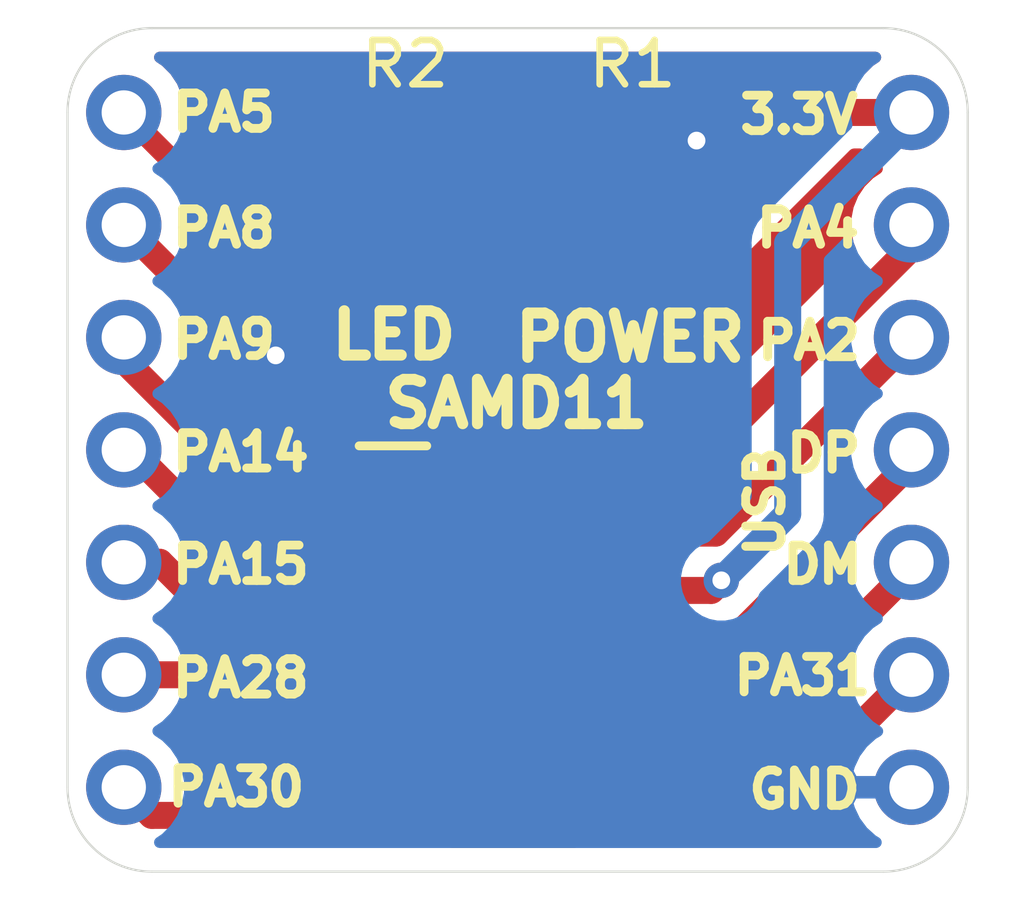
<source format=kicad_pcb>
(kicad_pcb (version 20171130) (host pcbnew 5.1.5-52549c5~86~ubuntu18.04.1)

  (general
    (thickness 1.6)
    (drawings 24)
    (tracks 52)
    (zones 0)
    (modules 7)
    (nets 17)
  )

  (page A4)
  (layers
    (0 F.Cu signal)
    (31 B.Cu signal)
    (32 B.Adhes user)
    (33 F.Adhes user)
    (34 B.Paste user)
    (35 F.Paste user)
    (36 B.SilkS user)
    (37 F.SilkS user)
    (38 B.Mask user)
    (39 F.Mask user)
    (40 Dwgs.User user)
    (41 Cmts.User user)
    (42 Eco1.User user)
    (43 Eco2.User user)
    (44 Edge.Cuts user)
    (45 Margin user)
    (46 B.CrtYd user)
    (47 F.CrtYd user)
    (48 B.Fab user)
    (49 F.Fab user)
  )

  (setup
    (last_trace_width 0.25)
    (user_trace_width 0.1524)
    (user_trace_width 0.2032)
    (user_trace_width 0.4)
    (user_trace_width 0.5)
    (user_trace_width 0.6096)
    (user_trace_width 0.8)
    (user_trace_width 1)
    (user_trace_width 2)
    (trace_clearance 0.2)
    (zone_clearance 0.508)
    (zone_45_only no)
    (trace_min 0.2)
    (via_size 0.8)
    (via_drill 0.4)
    (via_min_size 0.4)
    (via_min_drill 0.3)
    (uvia_size 0.3)
    (uvia_drill 0.1)
    (uvias_allowed no)
    (uvia_min_size 0.2)
    (uvia_min_drill 0.1)
    (edge_width 0.05)
    (segment_width 0.2)
    (pcb_text_width 0.3)
    (pcb_text_size 1.5 1.5)
    (mod_edge_width 0.12)
    (mod_text_size 1 1)
    (mod_text_width 0.15)
    (pad_size 1.524 1.524)
    (pad_drill 0.762)
    (pad_to_mask_clearance 0.051)
    (solder_mask_min_width 0.25)
    (pad_to_paste_clearance -0.0762)
    (aux_axis_origin 0 0)
    (visible_elements FFFFFF7F)
    (pcbplotparams
      (layerselection 0x010fc_ffffffff)
      (usegerberextensions false)
      (usegerberattributes false)
      (usegerberadvancedattributes false)
      (creategerberjobfile false)
      (excludeedgelayer true)
      (linewidth 0.100000)
      (plotframeref false)
      (viasonmask false)
      (mode 1)
      (useauxorigin false)
      (hpglpennumber 1)
      (hpglpenspeed 20)
      (hpglpendiameter 15.000000)
      (psnegative false)
      (psa4output false)
      (plotreference true)
      (plotvalue true)
      (plotinvisibletext false)
      (padsonsilk false)
      (subtractmaskfromsilk false)
      (outputformat 1)
      (mirror false)
      (drillshape 1)
      (scaleselection 1)
      (outputdirectory ""))
  )

  (net 0 "")
  (net 1 GND)
  (net 2 /PA08)
  (net 3 /PA09)
  (net 4 /PA14)
  (net 5 /PA15)
  (net 6 /PA28)
  (net 7 /PA30)
  (net 8 /PA31)
  (net 9 /PA24)
  (net 10 /PA25)
  (net 11 /PA02)
  (net 12 /PA04)
  (net 13 "Net-(D1-Pad1)")
  (net 14 "Net-(D2-Pad1)")
  (net 15 +3V3)
  (net 16 /PA05)

  (net_class Default "This is the default net class."
    (clearance 0.2)
    (trace_width 0.25)
    (via_dia 0.8)
    (via_drill 0.4)
    (uvia_dia 0.3)
    (uvia_drill 0.1)
    (add_net +3V3)
    (add_net /PA02)
    (add_net /PA04)
    (add_net /PA05)
    (add_net /PA08)
    (add_net /PA09)
    (add_net /PA14)
    (add_net /PA15)
    (add_net /PA24)
    (add_net /PA25)
    (add_net /PA28)
    (add_net /PA30)
    (add_net /PA31)
    (add_net GND)
    (add_net "Net-(D1-Pad1)")
    (add_net "Net-(D2-Pad1)")
  )

  (module SamD11_Breakout:PinHeader_1x07_P2.54mm_Vertical (layer F.Cu) (tedit 5DFF2E53) (tstamp 5DFF346C)
    (at 148.59 97.79)
    (descr "Through hole straight pin header, 1x07, 2.54mm pitch, single row")
    (tags "Through hole pin header THT 1x07 2.54mm single row")
    (path /5E0E6EF4)
    (fp_text reference J1 (at 0 -2.33) (layer F.Fab) hide
      (effects (font (size 1 1) (thickness 0.15)))
    )
    (fp_text value Conn_01x07 (at 0 17.57) (layer F.Fab) hide
      (effects (font (size 1 1) (thickness 0.15)))
    )
    (fp_text user %R (at 0 7.62 90) (layer F.Fab)
      (effects (font (size 1 1) (thickness 0.15)))
    )
    (fp_line (start -1.27 -0.635) (end -0.635 -1.27) (layer F.Fab) (width 0.1))
    (fp_line (start -1.27 16.51) (end -1.27 -0.635) (layer F.Fab) (width 0.1))
    (fp_line (start 1.27 16.51) (end -1.27 16.51) (layer F.Fab) (width 0.1))
    (fp_line (start 1.27 -1.27) (end 1.27 16.51) (layer F.Fab) (width 0.1))
    (fp_line (start -0.635 -1.27) (end 1.27 -1.27) (layer F.Fab) (width 0.1))
    (pad 7 thru_hole oval (at 0 15.24) (size 1.7 1.7) (drill 1) (layers *.Cu *.Mask)
      (net 7 /PA30))
    (pad 6 thru_hole oval (at 0 12.7) (size 1.7 1.7) (drill 1) (layers *.Cu *.Mask)
      (net 6 /PA28))
    (pad 5 thru_hole oval (at 0 10.16) (size 1.7 1.7) (drill 1) (layers *.Cu *.Mask)
      (net 5 /PA15))
    (pad 4 thru_hole oval (at 0 7.62) (size 1.7 1.7) (drill 1) (layers *.Cu *.Mask)
      (net 4 /PA14))
    (pad 3 thru_hole oval (at 0 5.08) (size 1.7 1.7) (drill 1) (layers *.Cu *.Mask)
      (net 3 /PA09))
    (pad 2 thru_hole oval (at 0 2.54) (size 1.7 1.7) (drill 1) (layers *.Cu *.Mask)
      (net 2 /PA08))
    (pad 1 thru_hole circle (at 0 0) (size 1.7 1.7) (drill 1) (layers *.Cu *.Mask)
      (net 16 /PA05))
    (model ${KISYS3DMOD}/Connector_PinHeader_2.54mm.3dshapes/PinHeader_1x07_P2.54mm_Vertical.wrl
      (offset (xyz 0 0 -1.7))
      (scale (xyz 1 1 1))
      (rotate (xyz 0 180 0))
    )
  )

  (module SamD11_Breakout:PinHeader_1x07_P2.54mm_Vertical (layer F.Cu) (tedit 5DFF2E53) (tstamp 5DFF34C0)
    (at 166.37 97.79)
    (descr "Through hole straight pin header, 1x07, 2.54mm pitch, single row")
    (tags "Through hole pin header THT 1x07 2.54mm single row")
    (path /5E0D8F16)
    (fp_text reference J2 (at 0 -2.33) (layer F.Fab) hide
      (effects (font (size 1 1) (thickness 0.15)))
    )
    (fp_text value Conn_01x07 (at 0 17.57) (layer F.Fab) hide
      (effects (font (size 1 1) (thickness 0.15)))
    )
    (fp_text user %R (at 0 7.62 90) (layer F.Fab)
      (effects (font (size 1 1) (thickness 0.15)))
    )
    (fp_line (start -1.27 -0.635) (end -0.635 -1.27) (layer F.Fab) (width 0.1))
    (fp_line (start -1.27 16.51) (end -1.27 -0.635) (layer F.Fab) (width 0.1))
    (fp_line (start 1.27 16.51) (end -1.27 16.51) (layer F.Fab) (width 0.1))
    (fp_line (start 1.27 -1.27) (end 1.27 16.51) (layer F.Fab) (width 0.1))
    (fp_line (start -0.635 -1.27) (end 1.27 -1.27) (layer F.Fab) (width 0.1))
    (pad 7 thru_hole oval (at 0 15.24) (size 1.7 1.7) (drill 1) (layers *.Cu *.Mask)
      (net 1 GND))
    (pad 6 thru_hole oval (at 0 12.7) (size 1.7 1.7) (drill 1) (layers *.Cu *.Mask)
      (net 8 /PA31))
    (pad 5 thru_hole oval (at 0 10.16) (size 1.7 1.7) (drill 1) (layers *.Cu *.Mask)
      (net 9 /PA24))
    (pad 4 thru_hole oval (at 0 7.62) (size 1.7 1.7) (drill 1) (layers *.Cu *.Mask)
      (net 10 /PA25))
    (pad 3 thru_hole oval (at 0 5.08) (size 1.7 1.7) (drill 1) (layers *.Cu *.Mask)
      (net 11 /PA02))
    (pad 2 thru_hole oval (at 0 2.54) (size 1.7 1.7) (drill 1) (layers *.Cu *.Mask)
      (net 12 /PA04))
    (pad 1 thru_hole circle (at 0 0) (size 1.7 1.7) (drill 1) (layers *.Cu *.Mask)
      (net 15 +3V3))
    (model ${KISYS3DMOD}/Connector_PinHeader_2.54mm.3dshapes/PinHeader_1x07_P2.54mm_Vertical.wrl
      (offset (xyz 0 0 -1.7))
      (scale (xyz 1 1 1))
      (rotate (xyz 0 180 0))
    )
  )

  (module SamD11_Breakout:R_1206_3216Metric_Pad1.42x1.75mm_HandSolder (layer F.Cu) (tedit 5DFEFEFF) (tstamp 5DFF34ED)
    (at 160.02 98.425)
    (descr "Resistor SMD 1206 (3216 Metric), square (rectangular) end terminal, IPC_7351 nominal with elongated pad for handsoldering. (Body size source: http://www.tortai-tech.com/upload/download/2011102023233369053.pdf), generated with kicad-footprint-generator")
    (tags "resistor handsolder")
    (path /5E0E631B)
    (attr smd)
    (fp_text reference R1 (at 0.0508 -1.7272) (layer F.SilkS)
      (effects (font (size 1 1) (thickness 0.15)))
    )
    (fp_text value 1K (at 0 0.1016) (layer F.Fab)
      (effects (font (size 1 1) (thickness 0.15)))
    )
    (fp_line (start -1.6 0.8) (end -1.6 -0.8) (layer F.Fab) (width 0.1))
    (fp_line (start -1.6 -0.8) (end 1.6 -0.8) (layer F.Fab) (width 0.1))
    (fp_line (start 1.6 -0.8) (end 1.6 0.8) (layer F.Fab) (width 0.1))
    (fp_line (start 1.6 0.8) (end -1.6 0.8) (layer F.Fab) (width 0.1))
    (fp_text user %R (at 0 0) (layer F.Fab)
      (effects (font (size 0.8 0.8) (thickness 0.12)))
    )
    (pad 1 smd roundrect (at -1.4875 0) (size 1.425 1.75) (layers F.Cu F.Paste F.Mask) (roundrect_rratio 0.175439)
      (net 13 "Net-(D1-Pad1)"))
    (pad 2 smd roundrect (at 1.4875 0) (size 1.425 1.75) (layers F.Cu F.Paste F.Mask) (roundrect_rratio 0.175439)
      (net 1 GND))
    (model ${KISYS3DMOD}/Resistor_SMD.3dshapes/R_1206_3216Metric.wrl
      (at (xyz 0 0 0))
      (scale (xyz 1 1 1))
      (rotate (xyz 0 0 0))
    )
  )

  (module SamD11_Breakout:R_1206_3216Metric_Pad1.42x1.75mm_HandSolder (layer F.Cu) (tedit 5DFEFEFF) (tstamp 5DFF3499)
    (at 154.94 98.425 180)
    (descr "Resistor SMD 1206 (3216 Metric), square (rectangular) end terminal, IPC_7351 nominal with elongated pad for handsoldering. (Body size source: http://www.tortai-tech.com/upload/download/2011102023233369053.pdf), generated with kicad-footprint-generator")
    (tags "resistor handsolder")
    (path /5E0F37E5)
    (attr smd)
    (fp_text reference R2 (at 0 1.7272) (layer F.SilkS)
      (effects (font (size 1 1) (thickness 0.15)))
    )
    (fp_text value 1K (at 0.0254 -0.1016) (layer F.Fab)
      (effects (font (size 1 1) (thickness 0.15)))
    )
    (fp_line (start -1.6 0.8) (end -1.6 -0.8) (layer F.Fab) (width 0.1))
    (fp_line (start -1.6 -0.8) (end 1.6 -0.8) (layer F.Fab) (width 0.1))
    (fp_line (start 1.6 -0.8) (end 1.6 0.8) (layer F.Fab) (width 0.1))
    (fp_line (start 1.6 0.8) (end -1.6 0.8) (layer F.Fab) (width 0.1))
    (fp_text user %R (at 0 0) (layer F.Fab)
      (effects (font (size 0.8 0.8) (thickness 0.12)))
    )
    (pad 1 smd roundrect (at -1.4875 0 180) (size 1.425 1.75) (layers F.Cu F.Paste F.Mask) (roundrect_rratio 0.175439)
      (net 14 "Net-(D2-Pad1)"))
    (pad 2 smd roundrect (at 1.4875 0 180) (size 1.425 1.75) (layers F.Cu F.Paste F.Mask) (roundrect_rratio 0.175439)
      (net 1 GND))
    (model ${KISYS3DMOD}/Resistor_SMD.3dshapes/R_1206_3216Metric.wrl
      (at (xyz 0 0 0))
      (scale (xyz 1 1 1))
      (rotate (xyz 0 0 0))
    )
  )

  (module SamD11_Breakout:LED_1206_3216Metric_Pad1.42x1.75mm_HandSolder (layer F.Cu) (tedit 5DFEFECF) (tstamp 5DFF33B6)
    (at 160.02 100.965)
    (descr "LED SMD 1206 (3216 Metric), square (rectangular) end terminal, IPC_7351 nominal, (Body size source: http://www.tortai-tech.com/upload/download/2011102023233369053.pdf), generated with kicad-footprint-generator")
    (tags "LED handsolder")
    (path /5E0CFB41)
    (attr smd)
    (fp_text reference D1 (at 0 0.1016) (layer F.Fab)
      (effects (font (size 1 1) (thickness 0.15)))
    )
    (fp_text value POWER (at 0 1.905) (layer F.SilkS)
      (effects (font (size 1 1) (thickness 0.25)))
    )
    (fp_line (start 1.6 -0.8) (end -1.2 -0.8) (layer F.Fab) (width 0.1))
    (fp_line (start -1.2 -0.8) (end -1.6 -0.4) (layer F.Fab) (width 0.1))
    (fp_line (start -1.6 -0.4) (end -1.6 0.8) (layer F.Fab) (width 0.1))
    (fp_line (start -1.6 0.8) (end 1.6 0.8) (layer F.Fab) (width 0.1))
    (fp_line (start 1.6 0.8) (end 1.6 -0.8) (layer F.Fab) (width 0.1))
    (fp_text user %R (at 0 0) (layer F.Fab)
      (effects (font (size 0.8 0.8) (thickness 0.12)))
    )
    (pad 1 smd roundrect (at -1.4875 0) (size 1.425 1.75) (layers F.Cu F.Paste F.Mask) (roundrect_rratio 0.175439)
      (net 13 "Net-(D1-Pad1)"))
    (pad 2 smd roundrect (at 1.4875 0) (size 1.425 1.75) (layers F.Cu F.Paste F.Mask) (roundrect_rratio 0.175439)
      (net 15 +3V3))
    (model ${KISYS3DMOD}/LED_SMD.3dshapes/LED_1206_3216Metric.wrl
      (at (xyz 0 0 0))
      (scale (xyz 1 1 1))
      (rotate (xyz 0 0 0))
    )
  )

  (module SamD11_Breakout:LED_1206_3216Metric_Pad1.42x1.75mm_HandSolder (layer F.Cu) (tedit 5DFEFECF) (tstamp 5DFF3440)
    (at 154.94 100.965 180)
    (descr "LED SMD 1206 (3216 Metric), square (rectangular) end terminal, IPC_7351 nominal, (Body size source: http://www.tortai-tech.com/upload/download/2011102023233369053.pdf), generated with kicad-footprint-generator")
    (tags "LED handsolder")
    (path /5E0F37D7)
    (attr smd)
    (fp_text reference D2 (at 0 -1.82) (layer F.Fab)
      (effects (font (size 1 1) (thickness 0.15)))
    )
    (fp_text value LED (at 0.254 -1.8542) (layer F.SilkS)
      (effects (font (size 1 1) (thickness 0.25)))
    )
    (fp_line (start 1.6 -0.8) (end -1.2 -0.8) (layer F.Fab) (width 0.1))
    (fp_line (start -1.2 -0.8) (end -1.6 -0.4) (layer F.Fab) (width 0.1))
    (fp_line (start -1.6 -0.4) (end -1.6 0.8) (layer F.Fab) (width 0.1))
    (fp_line (start -1.6 0.8) (end 1.6 0.8) (layer F.Fab) (width 0.1))
    (fp_line (start 1.6 0.8) (end 1.6 -0.8) (layer F.Fab) (width 0.1))
    (fp_text user %R (at 0 0) (layer F.Fab)
      (effects (font (size 0.8 0.8) (thickness 0.12)))
    )
    (pad 1 smd roundrect (at -1.4875 0 180) (size 1.425 1.75) (layers F.Cu F.Paste F.Mask) (roundrect_rratio 0.175439)
      (net 14 "Net-(D2-Pad1)"))
    (pad 2 smd roundrect (at 1.4875 0 180) (size 1.425 1.75) (layers F.Cu F.Paste F.Mask) (roundrect_rratio 0.175439)
      (net 16 /PA05))
    (model ${KISYS3DMOD}/LED_SMD.3dshapes/LED_1206_3216Metric.wrl
      (at (xyz 0 0 0))
      (scale (xyz 1 1 1))
      (rotate (xyz 0 0 0))
    )
  )

  (module SamD11_Breakout:SOIC127P600X175-14N (layer F.Cu) (tedit 5DFF142D) (tstamp 5DFF33EE)
    (at 157.3784 109.8296)
    (descr "14-pin SOIC150")
    (tags "Integrated Circuit")
    (path /5DFE6907)
    (attr smd)
    (fp_text reference IC2 (at 0 0) (layer F.Fab)
      (effects (font (size 1.27 1.27) (thickness 0.254)))
    )
    (fp_text value ATSAMD11C14A-SSUT (at 0 0) (layer B.Fab) hide
      (effects (font (size 1.27 1.27) (thickness 0.254)))
    )
    (fp_line (start -3.475 -4.51) (end -1.95 -4.51) (layer F.SilkS) (width 0.2))
    (fp_line (start -1.95 -3.055) (end -0.68 -4.325) (layer F.Fab) (width 0.1))
    (fp_line (start -1.95 4.325) (end -1.95 -4.325) (layer F.Fab) (width 0.1))
    (fp_line (start 1.95 4.325) (end -1.95 4.325) (layer F.Fab) (width 0.1))
    (fp_line (start 1.95 -4.325) (end 1.95 4.325) (layer F.Fab) (width 0.1))
    (fp_line (start -1.95 -4.325) (end 1.95 -4.325) (layer F.Fab) (width 0.1))
    (fp_line (start -3.725 4.625) (end -3.725 -4.625) (layer F.CrtYd) (width 0.05))
    (fp_line (start 3.725 4.625) (end -3.725 4.625) (layer F.CrtYd) (width 0.05))
    (fp_line (start 3.725 -4.625) (end 3.725 4.625) (layer F.CrtYd) (width 0.05))
    (fp_line (start -3.725 -4.625) (end 3.725 -4.625) (layer F.CrtYd) (width 0.05))
    (fp_text user %R (at 0 0) (layer F.Fab) hide
      (effects (font (size 1.27 1.27) (thickness 0.254)))
    )
    (pad 14 smd rect (at 2.712 -3.81 90) (size 0.7 1.525) (layers F.Cu F.Paste F.Mask)
      (net 12 /PA04))
    (pad 13 smd rect (at 2.712 -2.54 90) (size 0.7 1.525) (layers F.Cu F.Paste F.Mask)
      (net 11 /PA02))
    (pad 12 smd rect (at 2.712 -1.27 90) (size 0.7 1.525) (layers F.Cu F.Paste F.Mask)
      (net 15 +3V3))
    (pad 11 smd rect (at 2.712 0 90) (size 0.7 1.525) (layers F.Cu F.Paste F.Mask)
      (net 1 GND))
    (pad 10 smd rect (at 2.712 1.27 90) (size 0.7 1.525) (layers F.Cu F.Paste F.Mask)
      (net 10 /PA25))
    (pad 9 smd rect (at 2.712 2.54 90) (size 0.7 1.525) (layers F.Cu F.Paste F.Mask)
      (net 9 /PA24))
    (pad 8 smd rect (at 2.712 3.81 90) (size 0.7 1.525) (layers F.Cu F.Paste F.Mask)
      (net 8 /PA31))
    (pad 7 smd rect (at -2.712 3.81 90) (size 0.7 1.525) (layers F.Cu F.Paste F.Mask)
      (net 7 /PA30))
    (pad 6 smd rect (at -2.712 2.54 90) (size 0.7 1.525) (layers F.Cu F.Paste F.Mask)
      (net 6 /PA28))
    (pad 5 smd rect (at -2.712 1.27 90) (size 0.7 1.525) (layers F.Cu F.Paste F.Mask)
      (net 5 /PA15))
    (pad 4 smd rect (at -2.712 0 90) (size 0.7 1.525) (layers F.Cu F.Paste F.Mask)
      (net 4 /PA14))
    (pad 3 smd rect (at -2.712 -1.27 90) (size 0.7 1.525) (layers F.Cu F.Paste F.Mask)
      (net 3 /PA09))
    (pad 2 smd rect (at -2.712 -2.54 90) (size 0.7 1.525) (layers F.Cu F.Paste F.Mask)
      (net 2 /PA08))
    (pad 1 smd rect (at -2.712 -3.81 90) (size 0.7 1.525) (layers F.Cu F.Paste F.Mask)
      (net 16 /PA05))
    (model ${KISYS3DMOD}/SamacSys_Parts.3dshapes/ATSAMD11C14A-SSUT.stp
      (at (xyz 0 0 0))
      (scale (xyz 1 1 1))
      (rotate (xyz 0 0 0))
    )
  )

  (gr_text USB (at 163.068 106.5784 90) (layer F.SilkS) (tstamp 5DFFCE29)
    (effects (font (size 0.8 0.8) (thickness 0.2)))
  )
  (gr_text GND (at 163.957 113.0808) (layer F.SilkS) (tstamp 5DFFA42A)
    (effects (font (size 0.8 0.8) (thickness 0.2)))
  )
  (gr_text PA31 (at 163.9062 110.5154) (layer F.SilkS) (tstamp 5DFFA428)
    (effects (font (size 0.8 0.8) (thickness 0.2)))
  )
  (gr_text DM (at 164.3634 108.0008) (layer F.SilkS) (tstamp 5DFFA426)
    (effects (font (size 0.8 0.8) (thickness 0.2)))
  )
  (gr_text DP (at 164.3888 105.4862) (layer F.SilkS) (tstamp 5DFFA424)
    (effects (font (size 0.8 0.8) (thickness 0.2)))
  )
  (gr_text PA2 (at 164.0586 102.9462) (layer F.SilkS) (tstamp 5DFFA422)
    (effects (font (size 0.8 0.8) (thickness 0.2)))
  )
  (gr_text PA4 (at 164.0332 100.4062) (layer F.SilkS) (tstamp 5DFFA420)
    (effects (font (size 0.8 0.8) (thickness 0.2)))
  )
  (gr_text PA5 (at 150.8506 97.79) (layer F.SilkS) (tstamp 5DFFA412)
    (effects (font (size 0.8 0.8) (thickness 0.2)))
  )
  (gr_text PA8 (at 150.8506 100.4062) (layer F.SilkS) (tstamp 5DFFA410)
    (effects (font (size 0.8 0.8) (thickness 0.2)))
  )
  (gr_text PA9 (at 150.8506 102.9208) (layer F.SilkS) (tstamp 5DFFA40B)
    (effects (font (size 0.8 0.8) (thickness 0.2)))
  )
  (gr_text PA14 (at 151.2316 105.4608) (layer F.SilkS) (tstamp 5DFFA409)
    (effects (font (size 0.8 0.8) (thickness 0.2)))
  )
  (gr_line (start 149.225 95.885) (end 165.735 95.885) (layer Edge.Cuts) (width 0.05) (tstamp 5DFF3457))
  (gr_line (start 147.32 113.03) (end 147.32 97.79) (layer Edge.Cuts) (width 0.05) (tstamp 5DFF33A6))
  (gr_line (start 165.735 114.935) (end 149.225 114.935) (layer Edge.Cuts) (width 0.05) (tstamp 5DFF3508))
  (gr_line (start 167.64 97.79) (end 167.64 113.03) (layer Edge.Cuts) (width 0.05) (tstamp 5DFF350B))
  (gr_text SAMD11 (at 157.4546 104.3686) (layer F.SilkS) (tstamp 5DFF339D)
    (effects (font (size 1 1) (thickness 0.25)))
  )
  (gr_text 3.3V (at 163.83 97.8408) (layer F.SilkS) (tstamp 5DFF33A0)
    (effects (font (size 0.8 0.8) (thickness 0.2)))
  )
  (gr_text PA30 (at 151.13 113.03) (layer F.SilkS) (tstamp 5DFF3430)
    (effects (font (size 0.8 0.8) (thickness 0.2)))
  )
  (gr_text PA15 (at 151.2316 108.0008) (layer F.SilkS) (tstamp 5DFF348D)
    (effects (font (size 0.8 0.8) (thickness 0.2)))
  )
  (gr_text PA28 (at 151.2316 110.5662) (layer F.SilkS) (tstamp 5DFF345A)
    (effects (font (size 0.8 0.8) (thickness 0.2)))
  )
  (gr_arc (start 149.225 113.03) (end 147.32 113.03) (angle -90) (layer Edge.Cuts) (width 0.05) (tstamp 5DFF3514))
  (gr_arc (start 165.735 113.03) (end 165.735 114.935) (angle -90) (layer Edge.Cuts) (width 0.05) (tstamp 5DFF33D0))
  (gr_arc (start 165.735 97.79) (end 167.64 97.79) (angle -90) (layer Edge.Cuts) (width 0.05) (tstamp 5DFF33CD))
  (gr_arc (start 149.225 97.79) (end 149.225 95.885) (angle -90) (layer Edge.Cuts) (width 0.05) (tstamp 5DFF34AE))

  (via (at 161.5186 98.425) (size 0.8) (drill 0.4) (layers F.Cu B.Cu) (net 1))
  (via (at 152.019 103.2764) (size 0.8) (drill 0.4) (layers F.Cu B.Cu) (net 1))
  (segment (start 153.8224 107.2896) (end 154.6664 107.2896) (width 0.6096) (layer F.Cu) (net 2))
  (segment (start 150.4442 103.9114) (end 153.8224 107.2896) (width 0.6096) (layer F.Cu) (net 2))
  (segment (start 148.59 100.33) (end 150.4442 102.1842) (width 0.6096) (layer F.Cu) (net 2))
  (segment (start 150.4442 102.1842) (end 150.4442 103.9114) (width 0.6096) (layer F.Cu) (net 2))
  (segment (start 153.7716 108.5596) (end 154.6664 108.5596) (width 0.6096) (layer F.Cu) (net 3))
  (segment (start 148.59 102.87) (end 148.59 103.378) (width 0.6096) (layer F.Cu) (net 3))
  (segment (start 148.59 103.378) (end 153.7716 108.5596) (width 0.6096) (layer F.Cu) (net 3))
  (segment (start 153.162 109.8296) (end 154.6664 109.8296) (width 0.6096) (layer F.Cu) (net 4))
  (segment (start 148.59 105.41) (end 148.7424 105.41) (width 0.6096) (layer F.Cu) (net 4))
  (segment (start 148.7424 105.41) (end 153.162 109.8296) (width 0.6096) (layer F.Cu) (net 4))
  (segment (start 152.5524 111.0996) (end 154.6664 111.0996) (width 0.6096) (layer F.Cu) (net 5))
  (segment (start 148.59 107.95) (end 149.4028 107.95) (width 0.6096) (layer F.Cu) (net 5))
  (segment (start 149.4028 107.95) (end 152.5524 111.0996) (width 0.6096) (layer F.Cu) (net 5))
  (segment (start 152.4254 112.3696) (end 154.6664 112.3696) (width 0.6096) (layer F.Cu) (net 6))
  (segment (start 148.59 110.49) (end 150.5458 110.49) (width 0.6096) (layer F.Cu) (net 6))
  (segment (start 150.5458 110.49) (end 152.4254 112.3696) (width 0.6096) (layer F.Cu) (net 6))
  (segment (start 154.641 113.665) (end 154.6664 113.6396) (width 0.6096) (layer F.Cu) (net 7))
  (segment (start 148.59 113.03) (end 149.225 113.665) (width 0.6096) (layer F.Cu) (net 7))
  (segment (start 149.225 113.665) (end 154.641 113.665) (width 0.6096) (layer F.Cu) (net 7))
  (segment (start 163.2204 113.6396) (end 160.0904 113.6396) (width 0.6096) (layer F.Cu) (net 8))
  (segment (start 166.37 110.49) (end 163.2204 113.6396) (width 0.6096) (layer F.Cu) (net 8))
  (segment (start 162.1028 112.3696) (end 160.0904 112.3696) (width 0.6096) (layer F.Cu) (net 9))
  (segment (start 166.37 107.95) (end 166.37 108.1024) (width 0.6096) (layer F.Cu) (net 9))
  (segment (start 166.37 108.1024) (end 162.1028 112.3696) (width 0.6096) (layer F.Cu) (net 9))
  (segment (start 160.9598 111.0996) (end 160.0904 111.0996) (width 0.6096) (layer F.Cu) (net 10))
  (segment (start 166.37 105.41) (end 166.37 105.6894) (width 0.6096) (layer F.Cu) (net 10))
  (segment (start 166.37 105.6894) (end 160.9598 111.0996) (width 0.6096) (layer F.Cu) (net 10))
  (segment (start 161.9504 107.2896) (end 160.0904 107.2896) (width 0.6096) (layer F.Cu) (net 11))
  (segment (start 166.37 102.87) (end 161.9504 107.2896) (width 0.6096) (layer F.Cu) (net 11))
  (segment (start 161.1884 106.0196) (end 160.0904 106.0196) (width 0.6096) (layer F.Cu) (net 12))
  (segment (start 166.37 100.33) (end 166.37 100.838) (width 0.6096) (layer F.Cu) (net 12))
  (segment (start 166.37 100.838) (end 161.1884 106.0196) (width 0.6096) (layer F.Cu) (net 12))
  (segment (start 158.5325 100.965) (end 158.5325 98.425) (width 0.6096) (layer F.Cu) (net 13))
  (segment (start 156.4275 100.965) (end 156.4275 98.425) (width 0.6096) (layer F.Cu) (net 14))
  (segment (start 164.6825 97.79) (end 161.5075 100.965) (width 0.6096) (layer F.Cu) (net 15))
  (segment (start 166.37 97.79) (end 164.6825 97.79) (width 0.6096) (layer F.Cu) (net 15))
  (via (at 162.0774 108.3564) (size 0.8) (drill 0.4) (layers F.Cu B.Cu) (net 15))
  (segment (start 160.1158 108.585) (end 160.0904 108.5596) (width 0.6096) (layer F.Cu) (net 15))
  (segment (start 162.0774 108.3564) (end 161.8488 108.585) (width 0.6096) (layer F.Cu) (net 15))
  (segment (start 161.8488 108.585) (end 160.1158 108.585) (width 0.6096) (layer F.Cu) (net 15))
  (segment (start 163.576 106.8578) (end 162.0774 108.3564) (width 0.6096) (layer B.Cu) (net 15))
  (segment (start 163.576 100.7364) (end 163.576 106.8578) (width 0.6096) (layer B.Cu) (net 15))
  (segment (start 166.37 97.79) (end 166.37 97.9424) (width 0.6096) (layer B.Cu) (net 15))
  (segment (start 166.37 97.9424) (end 163.576 100.7364) (width 0.6096) (layer B.Cu) (net 15))
  (segment (start 151.765 100.965) (end 153.4525 100.965) (width 0.5) (layer F.Cu) (net 16))
  (segment (start 148.59 97.79) (end 151.765 100.965) (width 0.5) (layer F.Cu) (net 16))
  (segment (start 153.416 101.0015) (end 153.4525 100.965) (width 0.5) (layer F.Cu) (net 16))
  (segment (start 153.416 105.537) (end 153.416 101.0015) (width 0.5) (layer F.Cu) (net 16))
  (segment (start 154.6664 106.0196) (end 153.8986 106.0196) (width 0.5) (layer F.Cu) (net 16))
  (segment (start 153.8986 106.0196) (end 153.416 105.537) (width 0.5) (layer F.Cu) (net 16))

  (zone (net 1) (net_name GND) (layer F.Cu) (tstamp 5DFF342D) (hatch edge 0.508)
    (connect_pads (clearance 0.508))
    (min_thickness 0.254)
    (fill yes (arc_segments 32) (thermal_gap 0.508) (thermal_bridge_width 0.508))
    (polygon
      (pts
        (xy 168.656 115.824) (xy 145.796 115.824) (xy 146.05 95.25) (xy 168.91 95.25)
      )
    )
    (filled_polygon
      (pts
        (xy 165.423368 96.636525) (xy 165.216525 96.843368) (xy 165.21196 96.8502) (xy 164.728656 96.8502) (xy 164.682499 96.845654)
        (xy 164.636342 96.8502) (xy 164.636333 96.8502) (xy 164.498267 96.863798) (xy 164.321114 96.917537) (xy 164.248762 96.95621)
        (xy 164.157848 97.004804) (xy 164.124021 97.032566) (xy 164.014746 97.122246) (xy 163.985313 97.15811) (xy 162.845425 98.297998)
        (xy 162.696252 98.297998) (xy 162.855 98.13925) (xy 162.858072 97.55) (xy 162.845812 97.425518) (xy 162.809502 97.30582)
        (xy 162.750537 97.195506) (xy 162.671185 97.098815) (xy 162.574494 97.019463) (xy 162.46418 96.960498) (xy 162.344482 96.924188)
        (xy 162.22 96.911928) (xy 161.79325 96.915) (xy 161.6345 97.07375) (xy 161.6345 98.298) (xy 161.6545 98.298)
        (xy 161.6545 98.552) (xy 161.6345 98.552) (xy 161.6345 98.572) (xy 161.3805 98.572) (xy 161.3805 98.552)
        (xy 160.31875 98.552) (xy 160.16 98.71075) (xy 160.156928 99.3) (xy 160.169188 99.424482) (xy 160.205498 99.54418)
        (xy 160.264463 99.654494) (xy 160.343815 99.751185) (xy 160.368372 99.771338) (xy 160.306595 99.846614) (xy 160.224528 100.00015)
        (xy 160.173992 100.166746) (xy 160.156928 100.34) (xy 160.156928 101.59) (xy 160.173992 101.763254) (xy 160.224528 101.92985)
        (xy 160.306595 102.083386) (xy 160.417038 102.217962) (xy 160.551614 102.328405) (xy 160.70515 102.410472) (xy 160.871746 102.461008)
        (xy 161.045 102.478072) (xy 161.97 102.478072) (xy 162.143254 102.461008) (xy 162.30985 102.410472) (xy 162.463386 102.328405)
        (xy 162.597962 102.217962) (xy 162.708405 102.083386) (xy 162.790472 101.92985) (xy 162.841008 101.763254) (xy 162.858072 101.59)
        (xy 162.858072 100.943504) (xy 165.071777 98.7298) (xy 165.21196 98.7298) (xy 165.216525 98.736632) (xy 165.423368 98.943475)
        (xy 165.59776 99.06) (xy 165.423368 99.176525) (xy 165.216525 99.383368) (xy 165.05401 99.626589) (xy 164.942068 99.896842)
        (xy 164.885 100.18374) (xy 164.885 100.47626) (xy 164.942068 100.763158) (xy 164.992943 100.885981) (xy 160.847396 105.031528)
        (xy 159.3279 105.031528) (xy 159.203418 105.043788) (xy 159.08372 105.080098) (xy 158.973406 105.139063) (xy 158.876715 105.218415)
        (xy 158.797363 105.315106) (xy 158.738398 105.42542) (xy 158.702088 105.545118) (xy 158.689828 105.6696) (xy 158.689828 106.3696)
        (xy 158.702088 106.494082) (xy 158.738398 106.61378) (xy 158.760217 106.6546) (xy 158.738398 106.69542) (xy 158.702088 106.815118)
        (xy 158.689828 106.9396) (xy 158.689828 107.6396) (xy 158.702088 107.764082) (xy 158.738398 107.88378) (xy 158.760217 107.9246)
        (xy 158.738398 107.96542) (xy 158.702088 108.085118) (xy 158.689828 108.2096) (xy 158.689828 108.9096) (xy 158.702088 109.034082)
        (xy 158.738398 109.15378) (xy 158.760217 109.1946) (xy 158.738398 109.23542) (xy 158.702088 109.355118) (xy 158.689828 109.4796)
        (xy 158.6929 109.54385) (xy 158.85165 109.7026) (xy 159.9634 109.7026) (xy 159.9634 109.6826) (xy 160.2174 109.6826)
        (xy 160.2174 109.7026) (xy 160.2374 109.7026) (xy 160.2374 109.9566) (xy 160.2174 109.9566) (xy 160.2174 109.9766)
        (xy 159.9634 109.9766) (xy 159.9634 109.9566) (xy 158.85165 109.9566) (xy 158.6929 110.11535) (xy 158.689828 110.1796)
        (xy 158.702088 110.304082) (xy 158.738398 110.42378) (xy 158.760217 110.4646) (xy 158.738398 110.50542) (xy 158.702088 110.625118)
        (xy 158.689828 110.7496) (xy 158.689828 111.4496) (xy 158.702088 111.574082) (xy 158.738398 111.69378) (xy 158.760217 111.7346)
        (xy 158.738398 111.77542) (xy 158.702088 111.895118) (xy 158.689828 112.0196) (xy 158.689828 112.7196) (xy 158.702088 112.844082)
        (xy 158.738398 112.96378) (xy 158.760217 113.0046) (xy 158.738398 113.04542) (xy 158.702088 113.165118) (xy 158.689828 113.2896)
        (xy 158.689828 113.9896) (xy 158.702088 114.114082) (xy 158.738398 114.23378) (xy 158.760431 114.275) (xy 155.996369 114.275)
        (xy 156.018402 114.23378) (xy 156.054712 114.114082) (xy 156.066972 113.9896) (xy 156.066972 113.2896) (xy 156.054712 113.165118)
        (xy 156.018402 113.04542) (xy 155.996583 113.0046) (xy 156.018402 112.96378) (xy 156.054712 112.844082) (xy 156.066972 112.7196)
        (xy 156.066972 112.0196) (xy 156.054712 111.895118) (xy 156.018402 111.77542) (xy 155.996583 111.7346) (xy 156.018402 111.69378)
        (xy 156.054712 111.574082) (xy 156.066972 111.4496) (xy 156.066972 110.7496) (xy 156.054712 110.625118) (xy 156.018402 110.50542)
        (xy 155.996583 110.4646) (xy 156.018402 110.42378) (xy 156.054712 110.304082) (xy 156.066972 110.1796) (xy 156.066972 109.4796)
        (xy 156.054712 109.355118) (xy 156.018402 109.23542) (xy 155.996583 109.1946) (xy 156.018402 109.15378) (xy 156.054712 109.034082)
        (xy 156.066972 108.9096) (xy 156.066972 108.2096) (xy 156.054712 108.085118) (xy 156.018402 107.96542) (xy 155.996583 107.9246)
        (xy 156.018402 107.88378) (xy 156.054712 107.764082) (xy 156.066972 107.6396) (xy 156.066972 106.9396) (xy 156.054712 106.815118)
        (xy 156.018402 106.69542) (xy 155.996583 106.6546) (xy 156.018402 106.61378) (xy 156.054712 106.494082) (xy 156.066972 106.3696)
        (xy 156.066972 105.6696) (xy 156.054712 105.545118) (xy 156.018402 105.42542) (xy 155.959437 105.315106) (xy 155.880085 105.218415)
        (xy 155.783394 105.139063) (xy 155.67308 105.080098) (xy 155.553382 105.043788) (xy 155.4289 105.031528) (xy 154.301 105.031528)
        (xy 154.301 102.385804) (xy 154.408386 102.328405) (xy 154.542962 102.217962) (xy 154.653405 102.083386) (xy 154.735472 101.92985)
        (xy 154.786008 101.763254) (xy 154.803072 101.59) (xy 154.803072 100.34) (xy 154.786008 100.166746) (xy 154.735472 100.00015)
        (xy 154.653405 99.846614) (xy 154.591628 99.771338) (xy 154.616185 99.751185) (xy 154.695537 99.654494) (xy 154.754502 99.54418)
        (xy 154.790812 99.424482) (xy 154.803072 99.3) (xy 154.8 98.71075) (xy 154.64125 98.552) (xy 153.5795 98.552)
        (xy 153.5795 98.572) (xy 153.3255 98.572) (xy 153.3255 98.552) (xy 152.26375 98.552) (xy 152.105 98.71075)
        (xy 152.101928 99.3) (xy 152.114188 99.424482) (xy 152.150498 99.54418) (xy 152.209463 99.654494) (xy 152.288815 99.751185)
        (xy 152.313372 99.771338) (xy 152.251595 99.846614) (xy 152.169528 100.00015) (xy 152.145306 100.08) (xy 152.131579 100.08)
        (xy 150.060539 98.008961) (xy 150.075 97.93626) (xy 150.075 97.64374) (xy 150.056354 97.55) (xy 152.101928 97.55)
        (xy 152.105 98.13925) (xy 152.26375 98.298) (xy 153.3255 98.298) (xy 153.3255 97.07375) (xy 153.5795 97.07375)
        (xy 153.5795 98.298) (xy 154.64125 98.298) (xy 154.8 98.13925) (xy 154.801768 97.8) (xy 155.076928 97.8)
        (xy 155.076928 99.05) (xy 155.093992 99.223254) (xy 155.144528 99.38985) (xy 155.226595 99.543386) (xy 155.337038 99.677962)
        (xy 155.357799 99.695) (xy 155.337038 99.712038) (xy 155.226595 99.846614) (xy 155.144528 100.00015) (xy 155.093992 100.166746)
        (xy 155.076928 100.34) (xy 155.076928 101.59) (xy 155.093992 101.763254) (xy 155.144528 101.92985) (xy 155.226595 102.083386)
        (xy 155.337038 102.217962) (xy 155.471614 102.328405) (xy 155.62515 102.410472) (xy 155.791746 102.461008) (xy 155.965 102.478072)
        (xy 156.89 102.478072) (xy 157.063254 102.461008) (xy 157.22985 102.410472) (xy 157.383386 102.328405) (xy 157.48 102.249116)
        (xy 157.576614 102.328405) (xy 157.73015 102.410472) (xy 157.896746 102.461008) (xy 158.07 102.478072) (xy 158.995 102.478072)
        (xy 159.168254 102.461008) (xy 159.33485 102.410472) (xy 159.488386 102.328405) (xy 159.622962 102.217962) (xy 159.733405 102.083386)
        (xy 159.815472 101.92985) (xy 159.866008 101.763254) (xy 159.883072 101.59) (xy 159.883072 100.34) (xy 159.866008 100.166746)
        (xy 159.815472 100.00015) (xy 159.733405 99.846614) (xy 159.622962 99.712038) (xy 159.602201 99.695) (xy 159.622962 99.677962)
        (xy 159.733405 99.543386) (xy 159.815472 99.38985) (xy 159.866008 99.223254) (xy 159.883072 99.05) (xy 159.883072 97.8)
        (xy 159.866008 97.626746) (xy 159.842728 97.55) (xy 160.156928 97.55) (xy 160.16 98.13925) (xy 160.31875 98.298)
        (xy 161.3805 98.298) (xy 161.3805 97.07375) (xy 161.22175 96.915) (xy 160.795 96.911928) (xy 160.670518 96.924188)
        (xy 160.55082 96.960498) (xy 160.440506 97.019463) (xy 160.343815 97.098815) (xy 160.264463 97.195506) (xy 160.205498 97.30582)
        (xy 160.169188 97.425518) (xy 160.156928 97.55) (xy 159.842728 97.55) (xy 159.815472 97.46015) (xy 159.733405 97.306614)
        (xy 159.622962 97.172038) (xy 159.488386 97.061595) (xy 159.33485 96.979528) (xy 159.168254 96.928992) (xy 158.995 96.911928)
        (xy 158.07 96.911928) (xy 157.896746 96.928992) (xy 157.73015 96.979528) (xy 157.576614 97.061595) (xy 157.48 97.140884)
        (xy 157.383386 97.061595) (xy 157.22985 96.979528) (xy 157.063254 96.928992) (xy 156.89 96.911928) (xy 155.965 96.911928)
        (xy 155.791746 96.928992) (xy 155.62515 96.979528) (xy 155.471614 97.061595) (xy 155.337038 97.172038) (xy 155.226595 97.306614)
        (xy 155.144528 97.46015) (xy 155.093992 97.626746) (xy 155.076928 97.8) (xy 154.801768 97.8) (xy 154.803072 97.55)
        (xy 154.790812 97.425518) (xy 154.754502 97.30582) (xy 154.695537 97.195506) (xy 154.616185 97.098815) (xy 154.519494 97.019463)
        (xy 154.40918 96.960498) (xy 154.289482 96.924188) (xy 154.165 96.911928) (xy 153.73825 96.915) (xy 153.5795 97.07375)
        (xy 153.3255 97.07375) (xy 153.16675 96.915) (xy 152.74 96.911928) (xy 152.615518 96.924188) (xy 152.49582 96.960498)
        (xy 152.385506 97.019463) (xy 152.288815 97.098815) (xy 152.209463 97.195506) (xy 152.150498 97.30582) (xy 152.114188 97.425518)
        (xy 152.101928 97.55) (xy 150.056354 97.55) (xy 150.017932 97.356842) (xy 149.90599 97.086589) (xy 149.743475 96.843368)
        (xy 149.536632 96.636525) (xy 149.399655 96.545) (xy 165.560345 96.545)
      )
    )
    (filled_polygon
      (pts
        (xy 166.497 112.903) (xy 166.517 112.903) (xy 166.517 113.157) (xy 166.497 113.157) (xy 166.497 113.177)
        (xy 166.243 113.177) (xy 166.243 113.157) (xy 166.223 113.157) (xy 166.223 112.903) (xy 166.243 112.903)
        (xy 166.243 112.883) (xy 166.497 112.883)
      )
    )
    (filled_polygon
      (pts
        (xy 151.270941 101.704411) (xy 151.424687 101.786589) (xy 151.59151 101.837195) (xy 151.721523 101.85) (xy 151.721533 101.85)
        (xy 151.764999 101.854281) (xy 151.808466 101.85) (xy 152.145306 101.85) (xy 152.169528 101.92985) (xy 152.251595 102.083386)
        (xy 152.362038 102.217962) (xy 152.496614 102.328405) (xy 152.531001 102.346785) (xy 152.531 104.669123) (xy 151.384 103.522124)
        (xy 151.384 102.230357) (xy 151.388546 102.1842) (xy 151.384 102.138043) (xy 151.384 102.138033) (xy 151.370402 101.999967)
        (xy 151.316663 101.822814) (xy 151.277848 101.750196) (xy 151.239649 101.67873)
      )
    )
  )
  (zone (net 1) (net_name GND) (layer B.Cu) (tstamp 5DFF342A) (hatch edge 0.508)
    (connect_pads (clearance 0.508))
    (min_thickness 0.254)
    (fill yes (arc_segments 32) (thermal_gap 0.508) (thermal_bridge_width 0.508))
    (polygon
      (pts
        (xy 168.656 115.824) (xy 145.796 115.824) (xy 146.05 95.25) (xy 168.91 95.25)
      )
    )
    (filled_polygon
      (pts
        (xy 165.423368 96.636525) (xy 165.216525 96.843368) (xy 165.05401 97.086589) (xy 164.942068 97.356842) (xy 164.885 97.64374)
        (xy 164.885 97.93626) (xy 164.911888 98.071434) (xy 162.944115 100.039209) (xy 162.908246 100.068646) (xy 162.790804 100.211749)
        (xy 162.703537 100.375015) (xy 162.649798 100.552168) (xy 162.6362 100.690234) (xy 162.6362 100.690243) (xy 162.631654 100.7364)
        (xy 162.6362 100.782557) (xy 162.636201 106.468521) (xy 161.720956 107.383768) (xy 161.587144 107.439195) (xy 161.417626 107.552463)
        (xy 161.273463 107.696626) (xy 161.160195 107.866144) (xy 161.082174 108.054502) (xy 161.0424 108.254461) (xy 161.0424 108.458339)
        (xy 161.082174 108.658298) (xy 161.160195 108.846656) (xy 161.273463 109.016174) (xy 161.417626 109.160337) (xy 161.587144 109.273605)
        (xy 161.775502 109.351626) (xy 161.975461 109.3914) (xy 162.179339 109.3914) (xy 162.379298 109.351626) (xy 162.567656 109.273605)
        (xy 162.737174 109.160337) (xy 162.881337 109.016174) (xy 162.994605 108.846656) (xy 163.050032 108.712844) (xy 164.207896 107.554982)
        (xy 164.243754 107.525554) (xy 164.361196 107.382451) (xy 164.448463 107.219186) (xy 164.502202 107.042033) (xy 164.5158 106.903967)
        (xy 164.5158 106.903958) (xy 164.520346 106.857801) (xy 164.5158 106.811644) (xy 164.5158 101.125676) (xy 164.931491 100.709985)
        (xy 164.942068 100.763158) (xy 165.05401 101.033411) (xy 165.216525 101.276632) (xy 165.423368 101.483475) (xy 165.59776 101.6)
        (xy 165.423368 101.716525) (xy 165.216525 101.923368) (xy 165.05401 102.166589) (xy 164.942068 102.436842) (xy 164.885 102.72374)
        (xy 164.885 103.01626) (xy 164.942068 103.303158) (xy 165.05401 103.573411) (xy 165.216525 103.816632) (xy 165.423368 104.023475)
        (xy 165.59776 104.14) (xy 165.423368 104.256525) (xy 165.216525 104.463368) (xy 165.05401 104.706589) (xy 164.942068 104.976842)
        (xy 164.885 105.26374) (xy 164.885 105.55626) (xy 164.942068 105.843158) (xy 165.05401 106.113411) (xy 165.216525 106.356632)
        (xy 165.423368 106.563475) (xy 165.59776 106.68) (xy 165.423368 106.796525) (xy 165.216525 107.003368) (xy 165.05401 107.246589)
        (xy 164.942068 107.516842) (xy 164.885 107.80374) (xy 164.885 108.09626) (xy 164.942068 108.383158) (xy 165.05401 108.653411)
        (xy 165.216525 108.896632) (xy 165.423368 109.103475) (xy 165.59776 109.22) (xy 165.423368 109.336525) (xy 165.216525 109.543368)
        (xy 165.05401 109.786589) (xy 164.942068 110.056842) (xy 164.885 110.34374) (xy 164.885 110.63626) (xy 164.942068 110.923158)
        (xy 165.05401 111.193411) (xy 165.216525 111.436632) (xy 165.423368 111.643475) (xy 165.605534 111.765195) (xy 165.488645 111.834822)
        (xy 165.272412 112.029731) (xy 165.098359 112.26308) (xy 164.973175 112.525901) (xy 164.928524 112.67311) (xy 165.049845 112.903)
        (xy 166.243 112.903) (xy 166.243 112.883) (xy 166.497 112.883) (xy 166.497 112.903) (xy 166.517 112.903)
        (xy 166.517 113.157) (xy 166.497 113.157) (xy 166.497 113.177) (xy 166.243 113.177) (xy 166.243 113.157)
        (xy 165.049845 113.157) (xy 164.928524 113.38689) (xy 164.973175 113.534099) (xy 165.098359 113.79692) (xy 165.272412 114.030269)
        (xy 165.488645 114.225178) (xy 165.572285 114.275) (xy 149.399655 114.275) (xy 149.536632 114.183475) (xy 149.743475 113.976632)
        (xy 149.90599 113.733411) (xy 150.017932 113.463158) (xy 150.075 113.17626) (xy 150.075 112.88374) (xy 150.017932 112.596842)
        (xy 149.90599 112.326589) (xy 149.743475 112.083368) (xy 149.536632 111.876525) (xy 149.36224 111.76) (xy 149.536632 111.643475)
        (xy 149.743475 111.436632) (xy 149.90599 111.193411) (xy 150.017932 110.923158) (xy 150.075 110.63626) (xy 150.075 110.34374)
        (xy 150.017932 110.056842) (xy 149.90599 109.786589) (xy 149.743475 109.543368) (xy 149.536632 109.336525) (xy 149.36224 109.22)
        (xy 149.536632 109.103475) (xy 149.743475 108.896632) (xy 149.90599 108.653411) (xy 150.017932 108.383158) (xy 150.075 108.09626)
        (xy 150.075 107.80374) (xy 150.017932 107.516842) (xy 149.90599 107.246589) (xy 149.743475 107.003368) (xy 149.536632 106.796525)
        (xy 149.36224 106.68) (xy 149.536632 106.563475) (xy 149.743475 106.356632) (xy 149.90599 106.113411) (xy 150.017932 105.843158)
        (xy 150.075 105.55626) (xy 150.075 105.26374) (xy 150.017932 104.976842) (xy 149.90599 104.706589) (xy 149.743475 104.463368)
        (xy 149.536632 104.256525) (xy 149.36224 104.14) (xy 149.536632 104.023475) (xy 149.743475 103.816632) (xy 149.90599 103.573411)
        (xy 150.017932 103.303158) (xy 150.075 103.01626) (xy 150.075 102.72374) (xy 150.017932 102.436842) (xy 149.90599 102.166589)
        (xy 149.743475 101.923368) (xy 149.536632 101.716525) (xy 149.36224 101.6) (xy 149.536632 101.483475) (xy 149.743475 101.276632)
        (xy 149.90599 101.033411) (xy 150.017932 100.763158) (xy 150.075 100.47626) (xy 150.075 100.18374) (xy 150.017932 99.896842)
        (xy 149.90599 99.626589) (xy 149.743475 99.383368) (xy 149.536632 99.176525) (xy 149.36224 99.06) (xy 149.536632 98.943475)
        (xy 149.743475 98.736632) (xy 149.90599 98.493411) (xy 150.017932 98.223158) (xy 150.075 97.93626) (xy 150.075 97.64374)
        (xy 150.017932 97.356842) (xy 149.90599 97.086589) (xy 149.743475 96.843368) (xy 149.536632 96.636525) (xy 149.399655 96.545)
        (xy 165.560345 96.545)
      )
    )
  )
)

</source>
